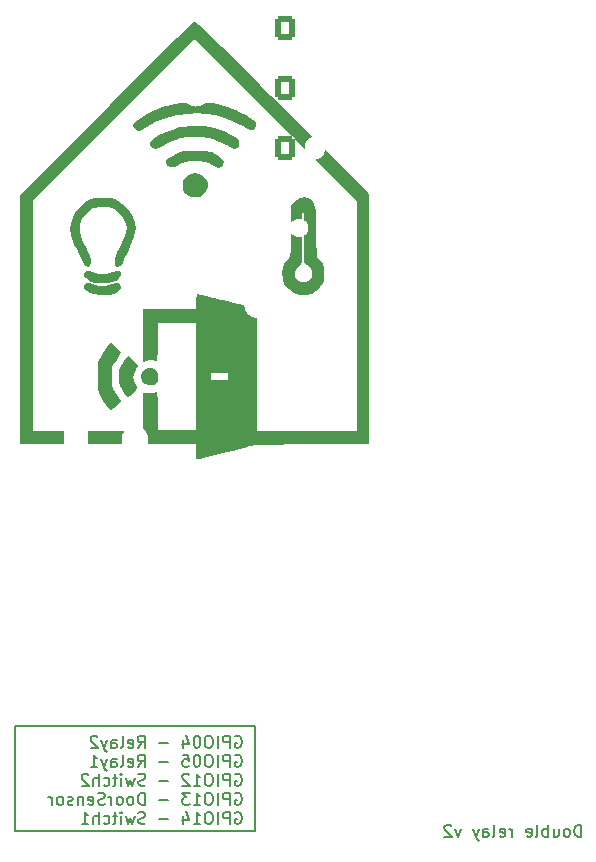
<source format=gbo>
G04 #@! TF.GenerationSoftware,KiCad,Pcbnew,7.0.10*
G04 #@! TF.CreationDate,2024-03-10T12:39:23+01:00*
G04 #@! TF.ProjectId,double_relay,646f7562-6c65-45f7-9265-6c61792e6b69,rev?*
G04 #@! TF.SameCoordinates,Original*
G04 #@! TF.FileFunction,Legend,Bot*
G04 #@! TF.FilePolarity,Positive*
%FSLAX46Y46*%
G04 Gerber Fmt 4.6, Leading zero omitted, Abs format (unit mm)*
G04 Created by KiCad (PCBNEW 7.0.10) date 2024-03-10 12:39:23*
%MOMM*%
%LPD*%
G01*
G04 APERTURE LIST*
G04 Aperture macros list*
%AMRoundRect*
0 Rectangle with rounded corners*
0 $1 Rounding radius*
0 $2 $3 $4 $5 $6 $7 $8 $9 X,Y pos of 4 corners*
0 Add a 4 corners polygon primitive as box body*
4,1,4,$2,$3,$4,$5,$6,$7,$8,$9,$2,$3,0*
0 Add four circle primitives for the rounded corners*
1,1,$1+$1,$2,$3*
1,1,$1+$1,$4,$5*
1,1,$1+$1,$6,$7*
1,1,$1+$1,$8,$9*
0 Add four rect primitives between the rounded corners*
20,1,$1+$1,$2,$3,$4,$5,0*
20,1,$1+$1,$4,$5,$6,$7,0*
20,1,$1+$1,$6,$7,$8,$9,0*
20,1,$1+$1,$8,$9,$2,$3,0*%
G04 Aperture macros list end*
%ADD10C,0.150000*%
%ADD11R,3.000000X3.000000*%
%ADD12C,3.000000*%
%ADD13R,2.200000X2.200000*%
%ADD14O,2.200000X2.200000*%
%ADD15R,1.500000X1.500000*%
%ADD16C,1.500000*%
%ADD17R,1.600000X1.600000*%
%ADD18C,1.600000*%
%ADD19C,2.000000*%
%ADD20RoundRect,0.250000X-0.600000X-0.750000X0.600000X-0.750000X0.600000X0.750000X-0.600000X0.750000X0*%
%ADD21O,1.700000X2.000000*%
%ADD22O,1.600000X1.600000*%
%ADD23C,2.500000*%
%ADD24C,2.400000*%
%ADD25O,2.400000X2.400000*%
%ADD26R,2.000000X2.300000*%
%ADD27C,2.300000*%
%ADD28R,2.000000X2.000000*%
%ADD29O,1.600000X2.000000*%
G04 APERTURE END LIST*
D10*
X106343220Y-96389819D02*
X106343220Y-95389819D01*
X106343220Y-95389819D02*
X106105125Y-95389819D01*
X106105125Y-95389819D02*
X105962268Y-95437438D01*
X105962268Y-95437438D02*
X105867030Y-95532676D01*
X105867030Y-95532676D02*
X105819411Y-95627914D01*
X105819411Y-95627914D02*
X105771792Y-95818390D01*
X105771792Y-95818390D02*
X105771792Y-95961247D01*
X105771792Y-95961247D02*
X105819411Y-96151723D01*
X105819411Y-96151723D02*
X105867030Y-96246961D01*
X105867030Y-96246961D02*
X105962268Y-96342200D01*
X105962268Y-96342200D02*
X106105125Y-96389819D01*
X106105125Y-96389819D02*
X106343220Y-96389819D01*
X105200363Y-96389819D02*
X105295601Y-96342200D01*
X105295601Y-96342200D02*
X105343220Y-96294580D01*
X105343220Y-96294580D02*
X105390839Y-96199342D01*
X105390839Y-96199342D02*
X105390839Y-95913628D01*
X105390839Y-95913628D02*
X105343220Y-95818390D01*
X105343220Y-95818390D02*
X105295601Y-95770771D01*
X105295601Y-95770771D02*
X105200363Y-95723152D01*
X105200363Y-95723152D02*
X105057506Y-95723152D01*
X105057506Y-95723152D02*
X104962268Y-95770771D01*
X104962268Y-95770771D02*
X104914649Y-95818390D01*
X104914649Y-95818390D02*
X104867030Y-95913628D01*
X104867030Y-95913628D02*
X104867030Y-96199342D01*
X104867030Y-96199342D02*
X104914649Y-96294580D01*
X104914649Y-96294580D02*
X104962268Y-96342200D01*
X104962268Y-96342200D02*
X105057506Y-96389819D01*
X105057506Y-96389819D02*
X105200363Y-96389819D01*
X104009887Y-95723152D02*
X104009887Y-96389819D01*
X104438458Y-95723152D02*
X104438458Y-96246961D01*
X104438458Y-96246961D02*
X104390839Y-96342200D01*
X104390839Y-96342200D02*
X104295601Y-96389819D01*
X104295601Y-96389819D02*
X104152744Y-96389819D01*
X104152744Y-96389819D02*
X104057506Y-96342200D01*
X104057506Y-96342200D02*
X104009887Y-96294580D01*
X103533696Y-96389819D02*
X103533696Y-95389819D01*
X103533696Y-95770771D02*
X103438458Y-95723152D01*
X103438458Y-95723152D02*
X103247982Y-95723152D01*
X103247982Y-95723152D02*
X103152744Y-95770771D01*
X103152744Y-95770771D02*
X103105125Y-95818390D01*
X103105125Y-95818390D02*
X103057506Y-95913628D01*
X103057506Y-95913628D02*
X103057506Y-96199342D01*
X103057506Y-96199342D02*
X103105125Y-96294580D01*
X103105125Y-96294580D02*
X103152744Y-96342200D01*
X103152744Y-96342200D02*
X103247982Y-96389819D01*
X103247982Y-96389819D02*
X103438458Y-96389819D01*
X103438458Y-96389819D02*
X103533696Y-96342200D01*
X102486077Y-96389819D02*
X102581315Y-96342200D01*
X102581315Y-96342200D02*
X102628934Y-96246961D01*
X102628934Y-96246961D02*
X102628934Y-95389819D01*
X101724172Y-96342200D02*
X101819410Y-96389819D01*
X101819410Y-96389819D02*
X102009886Y-96389819D01*
X102009886Y-96389819D02*
X102105124Y-96342200D01*
X102105124Y-96342200D02*
X102152743Y-96246961D01*
X102152743Y-96246961D02*
X102152743Y-95866009D01*
X102152743Y-95866009D02*
X102105124Y-95770771D01*
X102105124Y-95770771D02*
X102009886Y-95723152D01*
X102009886Y-95723152D02*
X101819410Y-95723152D01*
X101819410Y-95723152D02*
X101724172Y-95770771D01*
X101724172Y-95770771D02*
X101676553Y-95866009D01*
X101676553Y-95866009D02*
X101676553Y-95961247D01*
X101676553Y-95961247D02*
X102152743Y-96056485D01*
X100486076Y-96389819D02*
X100486076Y-95723152D01*
X100486076Y-95913628D02*
X100438457Y-95818390D01*
X100438457Y-95818390D02*
X100390838Y-95770771D01*
X100390838Y-95770771D02*
X100295600Y-95723152D01*
X100295600Y-95723152D02*
X100200362Y-95723152D01*
X99486076Y-96342200D02*
X99581314Y-96389819D01*
X99581314Y-96389819D02*
X99771790Y-96389819D01*
X99771790Y-96389819D02*
X99867028Y-96342200D01*
X99867028Y-96342200D02*
X99914647Y-96246961D01*
X99914647Y-96246961D02*
X99914647Y-95866009D01*
X99914647Y-95866009D02*
X99867028Y-95770771D01*
X99867028Y-95770771D02*
X99771790Y-95723152D01*
X99771790Y-95723152D02*
X99581314Y-95723152D01*
X99581314Y-95723152D02*
X99486076Y-95770771D01*
X99486076Y-95770771D02*
X99438457Y-95866009D01*
X99438457Y-95866009D02*
X99438457Y-95961247D01*
X99438457Y-95961247D02*
X99914647Y-96056485D01*
X98867028Y-96389819D02*
X98962266Y-96342200D01*
X98962266Y-96342200D02*
X99009885Y-96246961D01*
X99009885Y-96246961D02*
X99009885Y-95389819D01*
X98057504Y-96389819D02*
X98057504Y-95866009D01*
X98057504Y-95866009D02*
X98105123Y-95770771D01*
X98105123Y-95770771D02*
X98200361Y-95723152D01*
X98200361Y-95723152D02*
X98390837Y-95723152D01*
X98390837Y-95723152D02*
X98486075Y-95770771D01*
X98057504Y-96342200D02*
X98152742Y-96389819D01*
X98152742Y-96389819D02*
X98390837Y-96389819D01*
X98390837Y-96389819D02*
X98486075Y-96342200D01*
X98486075Y-96342200D02*
X98533694Y-96246961D01*
X98533694Y-96246961D02*
X98533694Y-96151723D01*
X98533694Y-96151723D02*
X98486075Y-96056485D01*
X98486075Y-96056485D02*
X98390837Y-96008866D01*
X98390837Y-96008866D02*
X98152742Y-96008866D01*
X98152742Y-96008866D02*
X98057504Y-95961247D01*
X97676551Y-95723152D02*
X97438456Y-96389819D01*
X97200361Y-95723152D02*
X97438456Y-96389819D01*
X97438456Y-96389819D02*
X97533694Y-96627914D01*
X97533694Y-96627914D02*
X97581313Y-96675533D01*
X97581313Y-96675533D02*
X97676551Y-96723152D01*
X96152741Y-95723152D02*
X95914646Y-96389819D01*
X95914646Y-96389819D02*
X95676551Y-95723152D01*
X95343217Y-95485057D02*
X95295598Y-95437438D01*
X95295598Y-95437438D02*
X95200360Y-95389819D01*
X95200360Y-95389819D02*
X94962265Y-95389819D01*
X94962265Y-95389819D02*
X94867027Y-95437438D01*
X94867027Y-95437438D02*
X94819408Y-95485057D01*
X94819408Y-95485057D02*
X94771789Y-95580295D01*
X94771789Y-95580295D02*
X94771789Y-95675533D01*
X94771789Y-95675533D02*
X94819408Y-95818390D01*
X94819408Y-95818390D02*
X95390836Y-96389819D01*
X95390836Y-96389819D02*
X94771789Y-96389819D01*
X77054411Y-87907438D02*
X77149649Y-87859819D01*
X77149649Y-87859819D02*
X77292506Y-87859819D01*
X77292506Y-87859819D02*
X77435363Y-87907438D01*
X77435363Y-87907438D02*
X77530601Y-88002676D01*
X77530601Y-88002676D02*
X77578220Y-88097914D01*
X77578220Y-88097914D02*
X77625839Y-88288390D01*
X77625839Y-88288390D02*
X77625839Y-88431247D01*
X77625839Y-88431247D02*
X77578220Y-88621723D01*
X77578220Y-88621723D02*
X77530601Y-88716961D01*
X77530601Y-88716961D02*
X77435363Y-88812200D01*
X77435363Y-88812200D02*
X77292506Y-88859819D01*
X77292506Y-88859819D02*
X77197268Y-88859819D01*
X77197268Y-88859819D02*
X77054411Y-88812200D01*
X77054411Y-88812200D02*
X77006792Y-88764580D01*
X77006792Y-88764580D02*
X77006792Y-88431247D01*
X77006792Y-88431247D02*
X77197268Y-88431247D01*
X76578220Y-88859819D02*
X76578220Y-87859819D01*
X76578220Y-87859819D02*
X76197268Y-87859819D01*
X76197268Y-87859819D02*
X76102030Y-87907438D01*
X76102030Y-87907438D02*
X76054411Y-87955057D01*
X76054411Y-87955057D02*
X76006792Y-88050295D01*
X76006792Y-88050295D02*
X76006792Y-88193152D01*
X76006792Y-88193152D02*
X76054411Y-88288390D01*
X76054411Y-88288390D02*
X76102030Y-88336009D01*
X76102030Y-88336009D02*
X76197268Y-88383628D01*
X76197268Y-88383628D02*
X76578220Y-88383628D01*
X75578220Y-88859819D02*
X75578220Y-87859819D01*
X74911554Y-87859819D02*
X74721078Y-87859819D01*
X74721078Y-87859819D02*
X74625840Y-87907438D01*
X74625840Y-87907438D02*
X74530602Y-88002676D01*
X74530602Y-88002676D02*
X74482983Y-88193152D01*
X74482983Y-88193152D02*
X74482983Y-88526485D01*
X74482983Y-88526485D02*
X74530602Y-88716961D01*
X74530602Y-88716961D02*
X74625840Y-88812200D01*
X74625840Y-88812200D02*
X74721078Y-88859819D01*
X74721078Y-88859819D02*
X74911554Y-88859819D01*
X74911554Y-88859819D02*
X75006792Y-88812200D01*
X75006792Y-88812200D02*
X75102030Y-88716961D01*
X75102030Y-88716961D02*
X75149649Y-88526485D01*
X75149649Y-88526485D02*
X75149649Y-88193152D01*
X75149649Y-88193152D02*
X75102030Y-88002676D01*
X75102030Y-88002676D02*
X75006792Y-87907438D01*
X75006792Y-87907438D02*
X74911554Y-87859819D01*
X73863935Y-87859819D02*
X73768697Y-87859819D01*
X73768697Y-87859819D02*
X73673459Y-87907438D01*
X73673459Y-87907438D02*
X73625840Y-87955057D01*
X73625840Y-87955057D02*
X73578221Y-88050295D01*
X73578221Y-88050295D02*
X73530602Y-88240771D01*
X73530602Y-88240771D02*
X73530602Y-88478866D01*
X73530602Y-88478866D02*
X73578221Y-88669342D01*
X73578221Y-88669342D02*
X73625840Y-88764580D01*
X73625840Y-88764580D02*
X73673459Y-88812200D01*
X73673459Y-88812200D02*
X73768697Y-88859819D01*
X73768697Y-88859819D02*
X73863935Y-88859819D01*
X73863935Y-88859819D02*
X73959173Y-88812200D01*
X73959173Y-88812200D02*
X74006792Y-88764580D01*
X74006792Y-88764580D02*
X74054411Y-88669342D01*
X74054411Y-88669342D02*
X74102030Y-88478866D01*
X74102030Y-88478866D02*
X74102030Y-88240771D01*
X74102030Y-88240771D02*
X74054411Y-88050295D01*
X74054411Y-88050295D02*
X74006792Y-87955057D01*
X74006792Y-87955057D02*
X73959173Y-87907438D01*
X73959173Y-87907438D02*
X73863935Y-87859819D01*
X72673459Y-88193152D02*
X72673459Y-88859819D01*
X72911554Y-87812200D02*
X73149649Y-88526485D01*
X73149649Y-88526485D02*
X72530602Y-88526485D01*
X71387744Y-88478866D02*
X70625840Y-88478866D01*
X68816316Y-88859819D02*
X69149649Y-88383628D01*
X69387744Y-88859819D02*
X69387744Y-87859819D01*
X69387744Y-87859819D02*
X69006792Y-87859819D01*
X69006792Y-87859819D02*
X68911554Y-87907438D01*
X68911554Y-87907438D02*
X68863935Y-87955057D01*
X68863935Y-87955057D02*
X68816316Y-88050295D01*
X68816316Y-88050295D02*
X68816316Y-88193152D01*
X68816316Y-88193152D02*
X68863935Y-88288390D01*
X68863935Y-88288390D02*
X68911554Y-88336009D01*
X68911554Y-88336009D02*
X69006792Y-88383628D01*
X69006792Y-88383628D02*
X69387744Y-88383628D01*
X68006792Y-88812200D02*
X68102030Y-88859819D01*
X68102030Y-88859819D02*
X68292506Y-88859819D01*
X68292506Y-88859819D02*
X68387744Y-88812200D01*
X68387744Y-88812200D02*
X68435363Y-88716961D01*
X68435363Y-88716961D02*
X68435363Y-88336009D01*
X68435363Y-88336009D02*
X68387744Y-88240771D01*
X68387744Y-88240771D02*
X68292506Y-88193152D01*
X68292506Y-88193152D02*
X68102030Y-88193152D01*
X68102030Y-88193152D02*
X68006792Y-88240771D01*
X68006792Y-88240771D02*
X67959173Y-88336009D01*
X67959173Y-88336009D02*
X67959173Y-88431247D01*
X67959173Y-88431247D02*
X68435363Y-88526485D01*
X67387744Y-88859819D02*
X67482982Y-88812200D01*
X67482982Y-88812200D02*
X67530601Y-88716961D01*
X67530601Y-88716961D02*
X67530601Y-87859819D01*
X66578220Y-88859819D02*
X66578220Y-88336009D01*
X66578220Y-88336009D02*
X66625839Y-88240771D01*
X66625839Y-88240771D02*
X66721077Y-88193152D01*
X66721077Y-88193152D02*
X66911553Y-88193152D01*
X66911553Y-88193152D02*
X67006791Y-88240771D01*
X66578220Y-88812200D02*
X66673458Y-88859819D01*
X66673458Y-88859819D02*
X66911553Y-88859819D01*
X66911553Y-88859819D02*
X67006791Y-88812200D01*
X67006791Y-88812200D02*
X67054410Y-88716961D01*
X67054410Y-88716961D02*
X67054410Y-88621723D01*
X67054410Y-88621723D02*
X67006791Y-88526485D01*
X67006791Y-88526485D02*
X66911553Y-88478866D01*
X66911553Y-88478866D02*
X66673458Y-88478866D01*
X66673458Y-88478866D02*
X66578220Y-88431247D01*
X66197267Y-88193152D02*
X65959172Y-88859819D01*
X65721077Y-88193152D02*
X65959172Y-88859819D01*
X65959172Y-88859819D02*
X66054410Y-89097914D01*
X66054410Y-89097914D02*
X66102029Y-89145533D01*
X66102029Y-89145533D02*
X66197267Y-89193152D01*
X65387743Y-87955057D02*
X65340124Y-87907438D01*
X65340124Y-87907438D02*
X65244886Y-87859819D01*
X65244886Y-87859819D02*
X65006791Y-87859819D01*
X65006791Y-87859819D02*
X64911553Y-87907438D01*
X64911553Y-87907438D02*
X64863934Y-87955057D01*
X64863934Y-87955057D02*
X64816315Y-88050295D01*
X64816315Y-88050295D02*
X64816315Y-88145533D01*
X64816315Y-88145533D02*
X64863934Y-88288390D01*
X64863934Y-88288390D02*
X65435362Y-88859819D01*
X65435362Y-88859819D02*
X64816315Y-88859819D01*
X77054411Y-89517438D02*
X77149649Y-89469819D01*
X77149649Y-89469819D02*
X77292506Y-89469819D01*
X77292506Y-89469819D02*
X77435363Y-89517438D01*
X77435363Y-89517438D02*
X77530601Y-89612676D01*
X77530601Y-89612676D02*
X77578220Y-89707914D01*
X77578220Y-89707914D02*
X77625839Y-89898390D01*
X77625839Y-89898390D02*
X77625839Y-90041247D01*
X77625839Y-90041247D02*
X77578220Y-90231723D01*
X77578220Y-90231723D02*
X77530601Y-90326961D01*
X77530601Y-90326961D02*
X77435363Y-90422200D01*
X77435363Y-90422200D02*
X77292506Y-90469819D01*
X77292506Y-90469819D02*
X77197268Y-90469819D01*
X77197268Y-90469819D02*
X77054411Y-90422200D01*
X77054411Y-90422200D02*
X77006792Y-90374580D01*
X77006792Y-90374580D02*
X77006792Y-90041247D01*
X77006792Y-90041247D02*
X77197268Y-90041247D01*
X76578220Y-90469819D02*
X76578220Y-89469819D01*
X76578220Y-89469819D02*
X76197268Y-89469819D01*
X76197268Y-89469819D02*
X76102030Y-89517438D01*
X76102030Y-89517438D02*
X76054411Y-89565057D01*
X76054411Y-89565057D02*
X76006792Y-89660295D01*
X76006792Y-89660295D02*
X76006792Y-89803152D01*
X76006792Y-89803152D02*
X76054411Y-89898390D01*
X76054411Y-89898390D02*
X76102030Y-89946009D01*
X76102030Y-89946009D02*
X76197268Y-89993628D01*
X76197268Y-89993628D02*
X76578220Y-89993628D01*
X75578220Y-90469819D02*
X75578220Y-89469819D01*
X74911554Y-89469819D02*
X74721078Y-89469819D01*
X74721078Y-89469819D02*
X74625840Y-89517438D01*
X74625840Y-89517438D02*
X74530602Y-89612676D01*
X74530602Y-89612676D02*
X74482983Y-89803152D01*
X74482983Y-89803152D02*
X74482983Y-90136485D01*
X74482983Y-90136485D02*
X74530602Y-90326961D01*
X74530602Y-90326961D02*
X74625840Y-90422200D01*
X74625840Y-90422200D02*
X74721078Y-90469819D01*
X74721078Y-90469819D02*
X74911554Y-90469819D01*
X74911554Y-90469819D02*
X75006792Y-90422200D01*
X75006792Y-90422200D02*
X75102030Y-90326961D01*
X75102030Y-90326961D02*
X75149649Y-90136485D01*
X75149649Y-90136485D02*
X75149649Y-89803152D01*
X75149649Y-89803152D02*
X75102030Y-89612676D01*
X75102030Y-89612676D02*
X75006792Y-89517438D01*
X75006792Y-89517438D02*
X74911554Y-89469819D01*
X73863935Y-89469819D02*
X73768697Y-89469819D01*
X73768697Y-89469819D02*
X73673459Y-89517438D01*
X73673459Y-89517438D02*
X73625840Y-89565057D01*
X73625840Y-89565057D02*
X73578221Y-89660295D01*
X73578221Y-89660295D02*
X73530602Y-89850771D01*
X73530602Y-89850771D02*
X73530602Y-90088866D01*
X73530602Y-90088866D02*
X73578221Y-90279342D01*
X73578221Y-90279342D02*
X73625840Y-90374580D01*
X73625840Y-90374580D02*
X73673459Y-90422200D01*
X73673459Y-90422200D02*
X73768697Y-90469819D01*
X73768697Y-90469819D02*
X73863935Y-90469819D01*
X73863935Y-90469819D02*
X73959173Y-90422200D01*
X73959173Y-90422200D02*
X74006792Y-90374580D01*
X74006792Y-90374580D02*
X74054411Y-90279342D01*
X74054411Y-90279342D02*
X74102030Y-90088866D01*
X74102030Y-90088866D02*
X74102030Y-89850771D01*
X74102030Y-89850771D02*
X74054411Y-89660295D01*
X74054411Y-89660295D02*
X74006792Y-89565057D01*
X74006792Y-89565057D02*
X73959173Y-89517438D01*
X73959173Y-89517438D02*
X73863935Y-89469819D01*
X72625840Y-89469819D02*
X73102030Y-89469819D01*
X73102030Y-89469819D02*
X73149649Y-89946009D01*
X73149649Y-89946009D02*
X73102030Y-89898390D01*
X73102030Y-89898390D02*
X73006792Y-89850771D01*
X73006792Y-89850771D02*
X72768697Y-89850771D01*
X72768697Y-89850771D02*
X72673459Y-89898390D01*
X72673459Y-89898390D02*
X72625840Y-89946009D01*
X72625840Y-89946009D02*
X72578221Y-90041247D01*
X72578221Y-90041247D02*
X72578221Y-90279342D01*
X72578221Y-90279342D02*
X72625840Y-90374580D01*
X72625840Y-90374580D02*
X72673459Y-90422200D01*
X72673459Y-90422200D02*
X72768697Y-90469819D01*
X72768697Y-90469819D02*
X73006792Y-90469819D01*
X73006792Y-90469819D02*
X73102030Y-90422200D01*
X73102030Y-90422200D02*
X73149649Y-90374580D01*
X71387744Y-90088866D02*
X70625840Y-90088866D01*
X68816316Y-90469819D02*
X69149649Y-89993628D01*
X69387744Y-90469819D02*
X69387744Y-89469819D01*
X69387744Y-89469819D02*
X69006792Y-89469819D01*
X69006792Y-89469819D02*
X68911554Y-89517438D01*
X68911554Y-89517438D02*
X68863935Y-89565057D01*
X68863935Y-89565057D02*
X68816316Y-89660295D01*
X68816316Y-89660295D02*
X68816316Y-89803152D01*
X68816316Y-89803152D02*
X68863935Y-89898390D01*
X68863935Y-89898390D02*
X68911554Y-89946009D01*
X68911554Y-89946009D02*
X69006792Y-89993628D01*
X69006792Y-89993628D02*
X69387744Y-89993628D01*
X68006792Y-90422200D02*
X68102030Y-90469819D01*
X68102030Y-90469819D02*
X68292506Y-90469819D01*
X68292506Y-90469819D02*
X68387744Y-90422200D01*
X68387744Y-90422200D02*
X68435363Y-90326961D01*
X68435363Y-90326961D02*
X68435363Y-89946009D01*
X68435363Y-89946009D02*
X68387744Y-89850771D01*
X68387744Y-89850771D02*
X68292506Y-89803152D01*
X68292506Y-89803152D02*
X68102030Y-89803152D01*
X68102030Y-89803152D02*
X68006792Y-89850771D01*
X68006792Y-89850771D02*
X67959173Y-89946009D01*
X67959173Y-89946009D02*
X67959173Y-90041247D01*
X67959173Y-90041247D02*
X68435363Y-90136485D01*
X67387744Y-90469819D02*
X67482982Y-90422200D01*
X67482982Y-90422200D02*
X67530601Y-90326961D01*
X67530601Y-90326961D02*
X67530601Y-89469819D01*
X66578220Y-90469819D02*
X66578220Y-89946009D01*
X66578220Y-89946009D02*
X66625839Y-89850771D01*
X66625839Y-89850771D02*
X66721077Y-89803152D01*
X66721077Y-89803152D02*
X66911553Y-89803152D01*
X66911553Y-89803152D02*
X67006791Y-89850771D01*
X66578220Y-90422200D02*
X66673458Y-90469819D01*
X66673458Y-90469819D02*
X66911553Y-90469819D01*
X66911553Y-90469819D02*
X67006791Y-90422200D01*
X67006791Y-90422200D02*
X67054410Y-90326961D01*
X67054410Y-90326961D02*
X67054410Y-90231723D01*
X67054410Y-90231723D02*
X67006791Y-90136485D01*
X67006791Y-90136485D02*
X66911553Y-90088866D01*
X66911553Y-90088866D02*
X66673458Y-90088866D01*
X66673458Y-90088866D02*
X66578220Y-90041247D01*
X66197267Y-89803152D02*
X65959172Y-90469819D01*
X65721077Y-89803152D02*
X65959172Y-90469819D01*
X65959172Y-90469819D02*
X66054410Y-90707914D01*
X66054410Y-90707914D02*
X66102029Y-90755533D01*
X66102029Y-90755533D02*
X66197267Y-90803152D01*
X64816315Y-90469819D02*
X65387743Y-90469819D01*
X65102029Y-90469819D02*
X65102029Y-89469819D01*
X65102029Y-89469819D02*
X65197267Y-89612676D01*
X65197267Y-89612676D02*
X65292505Y-89707914D01*
X65292505Y-89707914D02*
X65387743Y-89755533D01*
X77054411Y-91127438D02*
X77149649Y-91079819D01*
X77149649Y-91079819D02*
X77292506Y-91079819D01*
X77292506Y-91079819D02*
X77435363Y-91127438D01*
X77435363Y-91127438D02*
X77530601Y-91222676D01*
X77530601Y-91222676D02*
X77578220Y-91317914D01*
X77578220Y-91317914D02*
X77625839Y-91508390D01*
X77625839Y-91508390D02*
X77625839Y-91651247D01*
X77625839Y-91651247D02*
X77578220Y-91841723D01*
X77578220Y-91841723D02*
X77530601Y-91936961D01*
X77530601Y-91936961D02*
X77435363Y-92032200D01*
X77435363Y-92032200D02*
X77292506Y-92079819D01*
X77292506Y-92079819D02*
X77197268Y-92079819D01*
X77197268Y-92079819D02*
X77054411Y-92032200D01*
X77054411Y-92032200D02*
X77006792Y-91984580D01*
X77006792Y-91984580D02*
X77006792Y-91651247D01*
X77006792Y-91651247D02*
X77197268Y-91651247D01*
X76578220Y-92079819D02*
X76578220Y-91079819D01*
X76578220Y-91079819D02*
X76197268Y-91079819D01*
X76197268Y-91079819D02*
X76102030Y-91127438D01*
X76102030Y-91127438D02*
X76054411Y-91175057D01*
X76054411Y-91175057D02*
X76006792Y-91270295D01*
X76006792Y-91270295D02*
X76006792Y-91413152D01*
X76006792Y-91413152D02*
X76054411Y-91508390D01*
X76054411Y-91508390D02*
X76102030Y-91556009D01*
X76102030Y-91556009D02*
X76197268Y-91603628D01*
X76197268Y-91603628D02*
X76578220Y-91603628D01*
X75578220Y-92079819D02*
X75578220Y-91079819D01*
X74911554Y-91079819D02*
X74721078Y-91079819D01*
X74721078Y-91079819D02*
X74625840Y-91127438D01*
X74625840Y-91127438D02*
X74530602Y-91222676D01*
X74530602Y-91222676D02*
X74482983Y-91413152D01*
X74482983Y-91413152D02*
X74482983Y-91746485D01*
X74482983Y-91746485D02*
X74530602Y-91936961D01*
X74530602Y-91936961D02*
X74625840Y-92032200D01*
X74625840Y-92032200D02*
X74721078Y-92079819D01*
X74721078Y-92079819D02*
X74911554Y-92079819D01*
X74911554Y-92079819D02*
X75006792Y-92032200D01*
X75006792Y-92032200D02*
X75102030Y-91936961D01*
X75102030Y-91936961D02*
X75149649Y-91746485D01*
X75149649Y-91746485D02*
X75149649Y-91413152D01*
X75149649Y-91413152D02*
X75102030Y-91222676D01*
X75102030Y-91222676D02*
X75006792Y-91127438D01*
X75006792Y-91127438D02*
X74911554Y-91079819D01*
X73530602Y-92079819D02*
X74102030Y-92079819D01*
X73816316Y-92079819D02*
X73816316Y-91079819D01*
X73816316Y-91079819D02*
X73911554Y-91222676D01*
X73911554Y-91222676D02*
X74006792Y-91317914D01*
X74006792Y-91317914D02*
X74102030Y-91365533D01*
X73149649Y-91175057D02*
X73102030Y-91127438D01*
X73102030Y-91127438D02*
X73006792Y-91079819D01*
X73006792Y-91079819D02*
X72768697Y-91079819D01*
X72768697Y-91079819D02*
X72673459Y-91127438D01*
X72673459Y-91127438D02*
X72625840Y-91175057D01*
X72625840Y-91175057D02*
X72578221Y-91270295D01*
X72578221Y-91270295D02*
X72578221Y-91365533D01*
X72578221Y-91365533D02*
X72625840Y-91508390D01*
X72625840Y-91508390D02*
X73197268Y-92079819D01*
X73197268Y-92079819D02*
X72578221Y-92079819D01*
X71387744Y-91698866D02*
X70625840Y-91698866D01*
X69435363Y-92032200D02*
X69292506Y-92079819D01*
X69292506Y-92079819D02*
X69054411Y-92079819D01*
X69054411Y-92079819D02*
X68959173Y-92032200D01*
X68959173Y-92032200D02*
X68911554Y-91984580D01*
X68911554Y-91984580D02*
X68863935Y-91889342D01*
X68863935Y-91889342D02*
X68863935Y-91794104D01*
X68863935Y-91794104D02*
X68911554Y-91698866D01*
X68911554Y-91698866D02*
X68959173Y-91651247D01*
X68959173Y-91651247D02*
X69054411Y-91603628D01*
X69054411Y-91603628D02*
X69244887Y-91556009D01*
X69244887Y-91556009D02*
X69340125Y-91508390D01*
X69340125Y-91508390D02*
X69387744Y-91460771D01*
X69387744Y-91460771D02*
X69435363Y-91365533D01*
X69435363Y-91365533D02*
X69435363Y-91270295D01*
X69435363Y-91270295D02*
X69387744Y-91175057D01*
X69387744Y-91175057D02*
X69340125Y-91127438D01*
X69340125Y-91127438D02*
X69244887Y-91079819D01*
X69244887Y-91079819D02*
X69006792Y-91079819D01*
X69006792Y-91079819D02*
X68863935Y-91127438D01*
X68530601Y-91413152D02*
X68340125Y-92079819D01*
X68340125Y-92079819D02*
X68149649Y-91603628D01*
X68149649Y-91603628D02*
X67959173Y-92079819D01*
X67959173Y-92079819D02*
X67768697Y-91413152D01*
X67387744Y-92079819D02*
X67387744Y-91413152D01*
X67387744Y-91079819D02*
X67435363Y-91127438D01*
X67435363Y-91127438D02*
X67387744Y-91175057D01*
X67387744Y-91175057D02*
X67340125Y-91127438D01*
X67340125Y-91127438D02*
X67387744Y-91079819D01*
X67387744Y-91079819D02*
X67387744Y-91175057D01*
X67054411Y-91413152D02*
X66673459Y-91413152D01*
X66911554Y-91079819D02*
X66911554Y-91936961D01*
X66911554Y-91936961D02*
X66863935Y-92032200D01*
X66863935Y-92032200D02*
X66768697Y-92079819D01*
X66768697Y-92079819D02*
X66673459Y-92079819D01*
X65911554Y-92032200D02*
X66006792Y-92079819D01*
X66006792Y-92079819D02*
X66197268Y-92079819D01*
X66197268Y-92079819D02*
X66292506Y-92032200D01*
X66292506Y-92032200D02*
X66340125Y-91984580D01*
X66340125Y-91984580D02*
X66387744Y-91889342D01*
X66387744Y-91889342D02*
X66387744Y-91603628D01*
X66387744Y-91603628D02*
X66340125Y-91508390D01*
X66340125Y-91508390D02*
X66292506Y-91460771D01*
X66292506Y-91460771D02*
X66197268Y-91413152D01*
X66197268Y-91413152D02*
X66006792Y-91413152D01*
X66006792Y-91413152D02*
X65911554Y-91460771D01*
X65482982Y-92079819D02*
X65482982Y-91079819D01*
X65054411Y-92079819D02*
X65054411Y-91556009D01*
X65054411Y-91556009D02*
X65102030Y-91460771D01*
X65102030Y-91460771D02*
X65197268Y-91413152D01*
X65197268Y-91413152D02*
X65340125Y-91413152D01*
X65340125Y-91413152D02*
X65435363Y-91460771D01*
X65435363Y-91460771D02*
X65482982Y-91508390D01*
X64625839Y-91175057D02*
X64578220Y-91127438D01*
X64578220Y-91127438D02*
X64482982Y-91079819D01*
X64482982Y-91079819D02*
X64244887Y-91079819D01*
X64244887Y-91079819D02*
X64149649Y-91127438D01*
X64149649Y-91127438D02*
X64102030Y-91175057D01*
X64102030Y-91175057D02*
X64054411Y-91270295D01*
X64054411Y-91270295D02*
X64054411Y-91365533D01*
X64054411Y-91365533D02*
X64102030Y-91508390D01*
X64102030Y-91508390D02*
X64673458Y-92079819D01*
X64673458Y-92079819D02*
X64054411Y-92079819D01*
X77054411Y-92737438D02*
X77149649Y-92689819D01*
X77149649Y-92689819D02*
X77292506Y-92689819D01*
X77292506Y-92689819D02*
X77435363Y-92737438D01*
X77435363Y-92737438D02*
X77530601Y-92832676D01*
X77530601Y-92832676D02*
X77578220Y-92927914D01*
X77578220Y-92927914D02*
X77625839Y-93118390D01*
X77625839Y-93118390D02*
X77625839Y-93261247D01*
X77625839Y-93261247D02*
X77578220Y-93451723D01*
X77578220Y-93451723D02*
X77530601Y-93546961D01*
X77530601Y-93546961D02*
X77435363Y-93642200D01*
X77435363Y-93642200D02*
X77292506Y-93689819D01*
X77292506Y-93689819D02*
X77197268Y-93689819D01*
X77197268Y-93689819D02*
X77054411Y-93642200D01*
X77054411Y-93642200D02*
X77006792Y-93594580D01*
X77006792Y-93594580D02*
X77006792Y-93261247D01*
X77006792Y-93261247D02*
X77197268Y-93261247D01*
X76578220Y-93689819D02*
X76578220Y-92689819D01*
X76578220Y-92689819D02*
X76197268Y-92689819D01*
X76197268Y-92689819D02*
X76102030Y-92737438D01*
X76102030Y-92737438D02*
X76054411Y-92785057D01*
X76054411Y-92785057D02*
X76006792Y-92880295D01*
X76006792Y-92880295D02*
X76006792Y-93023152D01*
X76006792Y-93023152D02*
X76054411Y-93118390D01*
X76054411Y-93118390D02*
X76102030Y-93166009D01*
X76102030Y-93166009D02*
X76197268Y-93213628D01*
X76197268Y-93213628D02*
X76578220Y-93213628D01*
X75578220Y-93689819D02*
X75578220Y-92689819D01*
X74911554Y-92689819D02*
X74721078Y-92689819D01*
X74721078Y-92689819D02*
X74625840Y-92737438D01*
X74625840Y-92737438D02*
X74530602Y-92832676D01*
X74530602Y-92832676D02*
X74482983Y-93023152D01*
X74482983Y-93023152D02*
X74482983Y-93356485D01*
X74482983Y-93356485D02*
X74530602Y-93546961D01*
X74530602Y-93546961D02*
X74625840Y-93642200D01*
X74625840Y-93642200D02*
X74721078Y-93689819D01*
X74721078Y-93689819D02*
X74911554Y-93689819D01*
X74911554Y-93689819D02*
X75006792Y-93642200D01*
X75006792Y-93642200D02*
X75102030Y-93546961D01*
X75102030Y-93546961D02*
X75149649Y-93356485D01*
X75149649Y-93356485D02*
X75149649Y-93023152D01*
X75149649Y-93023152D02*
X75102030Y-92832676D01*
X75102030Y-92832676D02*
X75006792Y-92737438D01*
X75006792Y-92737438D02*
X74911554Y-92689819D01*
X73530602Y-93689819D02*
X74102030Y-93689819D01*
X73816316Y-93689819D02*
X73816316Y-92689819D01*
X73816316Y-92689819D02*
X73911554Y-92832676D01*
X73911554Y-92832676D02*
X74006792Y-92927914D01*
X74006792Y-92927914D02*
X74102030Y-92975533D01*
X73197268Y-92689819D02*
X72578221Y-92689819D01*
X72578221Y-92689819D02*
X72911554Y-93070771D01*
X72911554Y-93070771D02*
X72768697Y-93070771D01*
X72768697Y-93070771D02*
X72673459Y-93118390D01*
X72673459Y-93118390D02*
X72625840Y-93166009D01*
X72625840Y-93166009D02*
X72578221Y-93261247D01*
X72578221Y-93261247D02*
X72578221Y-93499342D01*
X72578221Y-93499342D02*
X72625840Y-93594580D01*
X72625840Y-93594580D02*
X72673459Y-93642200D01*
X72673459Y-93642200D02*
X72768697Y-93689819D01*
X72768697Y-93689819D02*
X73054411Y-93689819D01*
X73054411Y-93689819D02*
X73149649Y-93642200D01*
X73149649Y-93642200D02*
X73197268Y-93594580D01*
X71387744Y-93308866D02*
X70625840Y-93308866D01*
X69387744Y-93689819D02*
X69387744Y-92689819D01*
X69387744Y-92689819D02*
X69149649Y-92689819D01*
X69149649Y-92689819D02*
X69006792Y-92737438D01*
X69006792Y-92737438D02*
X68911554Y-92832676D01*
X68911554Y-92832676D02*
X68863935Y-92927914D01*
X68863935Y-92927914D02*
X68816316Y-93118390D01*
X68816316Y-93118390D02*
X68816316Y-93261247D01*
X68816316Y-93261247D02*
X68863935Y-93451723D01*
X68863935Y-93451723D02*
X68911554Y-93546961D01*
X68911554Y-93546961D02*
X69006792Y-93642200D01*
X69006792Y-93642200D02*
X69149649Y-93689819D01*
X69149649Y-93689819D02*
X69387744Y-93689819D01*
X68244887Y-93689819D02*
X68340125Y-93642200D01*
X68340125Y-93642200D02*
X68387744Y-93594580D01*
X68387744Y-93594580D02*
X68435363Y-93499342D01*
X68435363Y-93499342D02*
X68435363Y-93213628D01*
X68435363Y-93213628D02*
X68387744Y-93118390D01*
X68387744Y-93118390D02*
X68340125Y-93070771D01*
X68340125Y-93070771D02*
X68244887Y-93023152D01*
X68244887Y-93023152D02*
X68102030Y-93023152D01*
X68102030Y-93023152D02*
X68006792Y-93070771D01*
X68006792Y-93070771D02*
X67959173Y-93118390D01*
X67959173Y-93118390D02*
X67911554Y-93213628D01*
X67911554Y-93213628D02*
X67911554Y-93499342D01*
X67911554Y-93499342D02*
X67959173Y-93594580D01*
X67959173Y-93594580D02*
X68006792Y-93642200D01*
X68006792Y-93642200D02*
X68102030Y-93689819D01*
X68102030Y-93689819D02*
X68244887Y-93689819D01*
X67340125Y-93689819D02*
X67435363Y-93642200D01*
X67435363Y-93642200D02*
X67482982Y-93594580D01*
X67482982Y-93594580D02*
X67530601Y-93499342D01*
X67530601Y-93499342D02*
X67530601Y-93213628D01*
X67530601Y-93213628D02*
X67482982Y-93118390D01*
X67482982Y-93118390D02*
X67435363Y-93070771D01*
X67435363Y-93070771D02*
X67340125Y-93023152D01*
X67340125Y-93023152D02*
X67197268Y-93023152D01*
X67197268Y-93023152D02*
X67102030Y-93070771D01*
X67102030Y-93070771D02*
X67054411Y-93118390D01*
X67054411Y-93118390D02*
X67006792Y-93213628D01*
X67006792Y-93213628D02*
X67006792Y-93499342D01*
X67006792Y-93499342D02*
X67054411Y-93594580D01*
X67054411Y-93594580D02*
X67102030Y-93642200D01*
X67102030Y-93642200D02*
X67197268Y-93689819D01*
X67197268Y-93689819D02*
X67340125Y-93689819D01*
X66578220Y-93689819D02*
X66578220Y-93023152D01*
X66578220Y-93213628D02*
X66530601Y-93118390D01*
X66530601Y-93118390D02*
X66482982Y-93070771D01*
X66482982Y-93070771D02*
X66387744Y-93023152D01*
X66387744Y-93023152D02*
X66292506Y-93023152D01*
X66006791Y-93642200D02*
X65863934Y-93689819D01*
X65863934Y-93689819D02*
X65625839Y-93689819D01*
X65625839Y-93689819D02*
X65530601Y-93642200D01*
X65530601Y-93642200D02*
X65482982Y-93594580D01*
X65482982Y-93594580D02*
X65435363Y-93499342D01*
X65435363Y-93499342D02*
X65435363Y-93404104D01*
X65435363Y-93404104D02*
X65482982Y-93308866D01*
X65482982Y-93308866D02*
X65530601Y-93261247D01*
X65530601Y-93261247D02*
X65625839Y-93213628D01*
X65625839Y-93213628D02*
X65816315Y-93166009D01*
X65816315Y-93166009D02*
X65911553Y-93118390D01*
X65911553Y-93118390D02*
X65959172Y-93070771D01*
X65959172Y-93070771D02*
X66006791Y-92975533D01*
X66006791Y-92975533D02*
X66006791Y-92880295D01*
X66006791Y-92880295D02*
X65959172Y-92785057D01*
X65959172Y-92785057D02*
X65911553Y-92737438D01*
X65911553Y-92737438D02*
X65816315Y-92689819D01*
X65816315Y-92689819D02*
X65578220Y-92689819D01*
X65578220Y-92689819D02*
X65435363Y-92737438D01*
X64625839Y-93642200D02*
X64721077Y-93689819D01*
X64721077Y-93689819D02*
X64911553Y-93689819D01*
X64911553Y-93689819D02*
X65006791Y-93642200D01*
X65006791Y-93642200D02*
X65054410Y-93546961D01*
X65054410Y-93546961D02*
X65054410Y-93166009D01*
X65054410Y-93166009D02*
X65006791Y-93070771D01*
X65006791Y-93070771D02*
X64911553Y-93023152D01*
X64911553Y-93023152D02*
X64721077Y-93023152D01*
X64721077Y-93023152D02*
X64625839Y-93070771D01*
X64625839Y-93070771D02*
X64578220Y-93166009D01*
X64578220Y-93166009D02*
X64578220Y-93261247D01*
X64578220Y-93261247D02*
X65054410Y-93356485D01*
X64149648Y-93023152D02*
X64149648Y-93689819D01*
X64149648Y-93118390D02*
X64102029Y-93070771D01*
X64102029Y-93070771D02*
X64006791Y-93023152D01*
X64006791Y-93023152D02*
X63863934Y-93023152D01*
X63863934Y-93023152D02*
X63768696Y-93070771D01*
X63768696Y-93070771D02*
X63721077Y-93166009D01*
X63721077Y-93166009D02*
X63721077Y-93689819D01*
X63292505Y-93642200D02*
X63197267Y-93689819D01*
X63197267Y-93689819D02*
X63006791Y-93689819D01*
X63006791Y-93689819D02*
X62911553Y-93642200D01*
X62911553Y-93642200D02*
X62863934Y-93546961D01*
X62863934Y-93546961D02*
X62863934Y-93499342D01*
X62863934Y-93499342D02*
X62911553Y-93404104D01*
X62911553Y-93404104D02*
X63006791Y-93356485D01*
X63006791Y-93356485D02*
X63149648Y-93356485D01*
X63149648Y-93356485D02*
X63244886Y-93308866D01*
X63244886Y-93308866D02*
X63292505Y-93213628D01*
X63292505Y-93213628D02*
X63292505Y-93166009D01*
X63292505Y-93166009D02*
X63244886Y-93070771D01*
X63244886Y-93070771D02*
X63149648Y-93023152D01*
X63149648Y-93023152D02*
X63006791Y-93023152D01*
X63006791Y-93023152D02*
X62911553Y-93070771D01*
X62292505Y-93689819D02*
X62387743Y-93642200D01*
X62387743Y-93642200D02*
X62435362Y-93594580D01*
X62435362Y-93594580D02*
X62482981Y-93499342D01*
X62482981Y-93499342D02*
X62482981Y-93213628D01*
X62482981Y-93213628D02*
X62435362Y-93118390D01*
X62435362Y-93118390D02*
X62387743Y-93070771D01*
X62387743Y-93070771D02*
X62292505Y-93023152D01*
X62292505Y-93023152D02*
X62149648Y-93023152D01*
X62149648Y-93023152D02*
X62054410Y-93070771D01*
X62054410Y-93070771D02*
X62006791Y-93118390D01*
X62006791Y-93118390D02*
X61959172Y-93213628D01*
X61959172Y-93213628D02*
X61959172Y-93499342D01*
X61959172Y-93499342D02*
X62006791Y-93594580D01*
X62006791Y-93594580D02*
X62054410Y-93642200D01*
X62054410Y-93642200D02*
X62149648Y-93689819D01*
X62149648Y-93689819D02*
X62292505Y-93689819D01*
X61530600Y-93689819D02*
X61530600Y-93023152D01*
X61530600Y-93213628D02*
X61482981Y-93118390D01*
X61482981Y-93118390D02*
X61435362Y-93070771D01*
X61435362Y-93070771D02*
X61340124Y-93023152D01*
X61340124Y-93023152D02*
X61244886Y-93023152D01*
X77054411Y-94347438D02*
X77149649Y-94299819D01*
X77149649Y-94299819D02*
X77292506Y-94299819D01*
X77292506Y-94299819D02*
X77435363Y-94347438D01*
X77435363Y-94347438D02*
X77530601Y-94442676D01*
X77530601Y-94442676D02*
X77578220Y-94537914D01*
X77578220Y-94537914D02*
X77625839Y-94728390D01*
X77625839Y-94728390D02*
X77625839Y-94871247D01*
X77625839Y-94871247D02*
X77578220Y-95061723D01*
X77578220Y-95061723D02*
X77530601Y-95156961D01*
X77530601Y-95156961D02*
X77435363Y-95252200D01*
X77435363Y-95252200D02*
X77292506Y-95299819D01*
X77292506Y-95299819D02*
X77197268Y-95299819D01*
X77197268Y-95299819D02*
X77054411Y-95252200D01*
X77054411Y-95252200D02*
X77006792Y-95204580D01*
X77006792Y-95204580D02*
X77006792Y-94871247D01*
X77006792Y-94871247D02*
X77197268Y-94871247D01*
X76578220Y-95299819D02*
X76578220Y-94299819D01*
X76578220Y-94299819D02*
X76197268Y-94299819D01*
X76197268Y-94299819D02*
X76102030Y-94347438D01*
X76102030Y-94347438D02*
X76054411Y-94395057D01*
X76054411Y-94395057D02*
X76006792Y-94490295D01*
X76006792Y-94490295D02*
X76006792Y-94633152D01*
X76006792Y-94633152D02*
X76054411Y-94728390D01*
X76054411Y-94728390D02*
X76102030Y-94776009D01*
X76102030Y-94776009D02*
X76197268Y-94823628D01*
X76197268Y-94823628D02*
X76578220Y-94823628D01*
X75578220Y-95299819D02*
X75578220Y-94299819D01*
X74911554Y-94299819D02*
X74721078Y-94299819D01*
X74721078Y-94299819D02*
X74625840Y-94347438D01*
X74625840Y-94347438D02*
X74530602Y-94442676D01*
X74530602Y-94442676D02*
X74482983Y-94633152D01*
X74482983Y-94633152D02*
X74482983Y-94966485D01*
X74482983Y-94966485D02*
X74530602Y-95156961D01*
X74530602Y-95156961D02*
X74625840Y-95252200D01*
X74625840Y-95252200D02*
X74721078Y-95299819D01*
X74721078Y-95299819D02*
X74911554Y-95299819D01*
X74911554Y-95299819D02*
X75006792Y-95252200D01*
X75006792Y-95252200D02*
X75102030Y-95156961D01*
X75102030Y-95156961D02*
X75149649Y-94966485D01*
X75149649Y-94966485D02*
X75149649Y-94633152D01*
X75149649Y-94633152D02*
X75102030Y-94442676D01*
X75102030Y-94442676D02*
X75006792Y-94347438D01*
X75006792Y-94347438D02*
X74911554Y-94299819D01*
X73530602Y-95299819D02*
X74102030Y-95299819D01*
X73816316Y-95299819D02*
X73816316Y-94299819D01*
X73816316Y-94299819D02*
X73911554Y-94442676D01*
X73911554Y-94442676D02*
X74006792Y-94537914D01*
X74006792Y-94537914D02*
X74102030Y-94585533D01*
X72673459Y-94633152D02*
X72673459Y-95299819D01*
X72911554Y-94252200D02*
X73149649Y-94966485D01*
X73149649Y-94966485D02*
X72530602Y-94966485D01*
X71387744Y-94918866D02*
X70625840Y-94918866D01*
X69435363Y-95252200D02*
X69292506Y-95299819D01*
X69292506Y-95299819D02*
X69054411Y-95299819D01*
X69054411Y-95299819D02*
X68959173Y-95252200D01*
X68959173Y-95252200D02*
X68911554Y-95204580D01*
X68911554Y-95204580D02*
X68863935Y-95109342D01*
X68863935Y-95109342D02*
X68863935Y-95014104D01*
X68863935Y-95014104D02*
X68911554Y-94918866D01*
X68911554Y-94918866D02*
X68959173Y-94871247D01*
X68959173Y-94871247D02*
X69054411Y-94823628D01*
X69054411Y-94823628D02*
X69244887Y-94776009D01*
X69244887Y-94776009D02*
X69340125Y-94728390D01*
X69340125Y-94728390D02*
X69387744Y-94680771D01*
X69387744Y-94680771D02*
X69435363Y-94585533D01*
X69435363Y-94585533D02*
X69435363Y-94490295D01*
X69435363Y-94490295D02*
X69387744Y-94395057D01*
X69387744Y-94395057D02*
X69340125Y-94347438D01*
X69340125Y-94347438D02*
X69244887Y-94299819D01*
X69244887Y-94299819D02*
X69006792Y-94299819D01*
X69006792Y-94299819D02*
X68863935Y-94347438D01*
X68530601Y-94633152D02*
X68340125Y-95299819D01*
X68340125Y-95299819D02*
X68149649Y-94823628D01*
X68149649Y-94823628D02*
X67959173Y-95299819D01*
X67959173Y-95299819D02*
X67768697Y-94633152D01*
X67387744Y-95299819D02*
X67387744Y-94633152D01*
X67387744Y-94299819D02*
X67435363Y-94347438D01*
X67435363Y-94347438D02*
X67387744Y-94395057D01*
X67387744Y-94395057D02*
X67340125Y-94347438D01*
X67340125Y-94347438D02*
X67387744Y-94299819D01*
X67387744Y-94299819D02*
X67387744Y-94395057D01*
X67054411Y-94633152D02*
X66673459Y-94633152D01*
X66911554Y-94299819D02*
X66911554Y-95156961D01*
X66911554Y-95156961D02*
X66863935Y-95252200D01*
X66863935Y-95252200D02*
X66768697Y-95299819D01*
X66768697Y-95299819D02*
X66673459Y-95299819D01*
X65911554Y-95252200D02*
X66006792Y-95299819D01*
X66006792Y-95299819D02*
X66197268Y-95299819D01*
X66197268Y-95299819D02*
X66292506Y-95252200D01*
X66292506Y-95252200D02*
X66340125Y-95204580D01*
X66340125Y-95204580D02*
X66387744Y-95109342D01*
X66387744Y-95109342D02*
X66387744Y-94823628D01*
X66387744Y-94823628D02*
X66340125Y-94728390D01*
X66340125Y-94728390D02*
X66292506Y-94680771D01*
X66292506Y-94680771D02*
X66197268Y-94633152D01*
X66197268Y-94633152D02*
X66006792Y-94633152D01*
X66006792Y-94633152D02*
X65911554Y-94680771D01*
X65482982Y-95299819D02*
X65482982Y-94299819D01*
X65054411Y-95299819D02*
X65054411Y-94776009D01*
X65054411Y-94776009D02*
X65102030Y-94680771D01*
X65102030Y-94680771D02*
X65197268Y-94633152D01*
X65197268Y-94633152D02*
X65340125Y-94633152D01*
X65340125Y-94633152D02*
X65435363Y-94680771D01*
X65435363Y-94680771D02*
X65482982Y-94728390D01*
X64054411Y-95299819D02*
X64625839Y-95299819D01*
X64340125Y-95299819D02*
X64340125Y-94299819D01*
X64340125Y-94299819D02*
X64435363Y-94442676D01*
X64435363Y-94442676D02*
X64530601Y-94537914D01*
X64530601Y-94537914D02*
X64625839Y-94585533D01*
X58420000Y-86995000D02*
X78740000Y-86995000D01*
X78740000Y-95885000D01*
X58420000Y-95885000D01*
X58420000Y-86995000D01*
G36*
X69908756Y-56743018D02*
G01*
X70240024Y-56816992D01*
X70442372Y-57002173D01*
X70545748Y-57321255D01*
X70557281Y-57427941D01*
X70510393Y-57771239D01*
X70346523Y-58032091D01*
X70090425Y-58164644D01*
X69718314Y-58177536D01*
X69385557Y-58065217D01*
X69164461Y-57838116D01*
X69084264Y-57515109D01*
X69091282Y-57367662D01*
X69195748Y-57019034D01*
X69424747Y-56809237D01*
X69777524Y-56739118D01*
X69908756Y-56743018D01*
G37*
G36*
X73955965Y-40246999D02*
G01*
X74310712Y-40416945D01*
X74567466Y-40691380D01*
X74712549Y-41032434D01*
X74732285Y-41402238D01*
X74612999Y-41762926D01*
X74341014Y-42076628D01*
X74057657Y-42217415D01*
X73644259Y-42264853D01*
X73338135Y-42245303D01*
X73119919Y-42162323D01*
X72909794Y-41981486D01*
X72746758Y-41787116D01*
X72655528Y-41561460D01*
X72632794Y-41244101D01*
X72633342Y-41168448D01*
X72660420Y-40897933D01*
X72757082Y-40704915D01*
X72962881Y-40500262D01*
X73074074Y-40408548D01*
X73353177Y-40253664D01*
X73667030Y-40210441D01*
X73955965Y-40246999D01*
G37*
G36*
X67342187Y-49592492D02*
G01*
X67403382Y-49832718D01*
X67397464Y-49901839D01*
X67261620Y-50146031D01*
X66950462Y-50344688D01*
X66469558Y-50493869D01*
X66108465Y-50543714D01*
X65645373Y-50538367D01*
X65197538Y-50469004D01*
X64799222Y-50346721D01*
X64484689Y-50182611D01*
X64288199Y-49987767D01*
X64244017Y-49773282D01*
X64264781Y-49695902D01*
X64407763Y-49519846D01*
X64659642Y-49495104D01*
X65020815Y-49621597D01*
X65512220Y-49787662D01*
X66074111Y-49803795D01*
X66624298Y-49634959D01*
X66865522Y-49535856D01*
X67161467Y-49493174D01*
X67342187Y-49592492D01*
G37*
G36*
X67268915Y-48526123D02*
G01*
X67368369Y-48650988D01*
X67388159Y-48879723D01*
X67255544Y-49119543D01*
X66983161Y-49334687D01*
X66642749Y-49462385D01*
X66180582Y-49539575D01*
X65681476Y-49555846D01*
X65215839Y-49509125D01*
X64854076Y-49397342D01*
X64733357Y-49332622D01*
X64411880Y-49105327D01*
X64245186Y-48884497D01*
X64241311Y-48685859D01*
X64408295Y-48525138D01*
X64506222Y-48490542D01*
X64714038Y-48504481D01*
X65023022Y-48615235D01*
X65531026Y-48765223D01*
X66129748Y-48774847D01*
X66704917Y-48604153D01*
X66720952Y-48596640D01*
X66985284Y-48487589D01*
X67149038Y-48466699D01*
X67268915Y-48526123D01*
G37*
G36*
X68030771Y-55732651D02*
G01*
X68180025Y-55849275D01*
X68380419Y-56028807D01*
X68583519Y-56225364D01*
X68740896Y-56393064D01*
X68804117Y-56486024D01*
X68796799Y-56507805D01*
X68730421Y-56651900D01*
X68617353Y-56879191D01*
X68483838Y-57206974D01*
X68445257Y-57596101D01*
X68568375Y-57953088D01*
X68673621Y-58138078D01*
X68763145Y-58301683D01*
X68758887Y-58376592D01*
X68657081Y-58561883D01*
X68467418Y-58791940D01*
X68316959Y-58940628D01*
X68120297Y-59103683D01*
X67995878Y-59167059D01*
X67963259Y-59160650D01*
X67810940Y-59043505D01*
X67631291Y-58816208D01*
X67458978Y-58527621D01*
X67328664Y-58226605D01*
X67251010Y-57875601D01*
X67220837Y-57432306D01*
X67247322Y-57004510D01*
X67330376Y-56673475D01*
X67390443Y-56544870D01*
X67551899Y-56251284D01*
X67726644Y-55983115D01*
X67882431Y-55787583D01*
X67987013Y-55711912D01*
X68030771Y-55732651D01*
G37*
G36*
X73958274Y-38302947D02*
G01*
X74374195Y-38312469D01*
X74675189Y-38336715D01*
X74909965Y-38383787D01*
X75127229Y-38461786D01*
X75375691Y-38578811D01*
X75701102Y-38763012D01*
X75967749Y-38997635D01*
X76067641Y-39241396D01*
X76011550Y-39510074D01*
X75869849Y-39689894D01*
X75628542Y-39743530D01*
X75420147Y-39716851D01*
X75293316Y-39648732D01*
X75288000Y-39640862D01*
X75128144Y-39521854D01*
X74838365Y-39391489D01*
X74468945Y-39269255D01*
X74070167Y-39174643D01*
X73700362Y-39147356D01*
X73235568Y-39188363D01*
X72770833Y-39290380D01*
X72368066Y-39439441D01*
X72089175Y-39621576D01*
X71928114Y-39716923D01*
X71659208Y-39723602D01*
X71402831Y-39588983D01*
X71310732Y-39491022D01*
X71227413Y-39274082D01*
X71315886Y-39053050D01*
X71580552Y-38820730D01*
X72025808Y-38569925D01*
X72170065Y-38500792D01*
X72396660Y-38406064D01*
X72614834Y-38346544D01*
X72873374Y-38314433D01*
X73221064Y-38301932D01*
X73706691Y-38301244D01*
X73958274Y-38302947D01*
G37*
G36*
X66987660Y-54971809D02*
G01*
X67412572Y-55396721D01*
X67014053Y-55993507D01*
X66867740Y-56216276D01*
X66725770Y-56466001D01*
X66650014Y-56689489D01*
X66619332Y-56957733D01*
X66612583Y-57341728D01*
X66617966Y-57774734D01*
X66651844Y-58154918D01*
X66730431Y-58453528D01*
X66869464Y-58726881D01*
X67084679Y-59031298D01*
X67419701Y-59470200D01*
X67018569Y-59878924D01*
X66828718Y-60066243D01*
X66653679Y-60224848D01*
X66566843Y-60284677D01*
X66551718Y-60282535D01*
X66404851Y-60200232D01*
X66256875Y-60056006D01*
X66189411Y-59927169D01*
X66185423Y-59893754D01*
X66110878Y-59820735D01*
X66102556Y-59818197D01*
X66014871Y-59715410D01*
X65877762Y-59492356D01*
X65717077Y-59190405D01*
X65610153Y-58972453D01*
X65511231Y-58740033D01*
X65450002Y-58520416D01*
X65417515Y-58263712D01*
X65404821Y-57920032D01*
X65402969Y-57439485D01*
X65403549Y-57235006D01*
X65410879Y-56803434D01*
X65432560Y-56492575D01*
X65476087Y-56254532D01*
X65548953Y-56041405D01*
X65658653Y-55805294D01*
X65772471Y-55594781D01*
X66007032Y-55223929D01*
X66237962Y-54919294D01*
X66562748Y-54546897D01*
X66987660Y-54971809D01*
G37*
G36*
X74460289Y-36227401D02*
G01*
X74942667Y-36299864D01*
X75332104Y-36406954D01*
X75816233Y-36574492D01*
X76290187Y-36769887D01*
X76720258Y-36976721D01*
X77072738Y-37178576D01*
X77313918Y-37359033D01*
X77410090Y-37501673D01*
X77417633Y-37609723D01*
X77386190Y-37908753D01*
X77276254Y-38080481D01*
X77237834Y-38102475D01*
X76973611Y-38143989D01*
X76648235Y-38020674D01*
X76514776Y-37946473D01*
X75940380Y-37658002D01*
X75376271Y-37418515D01*
X74892760Y-37258540D01*
X74785909Y-37233228D01*
X74240430Y-37158053D01*
X73615179Y-37137505D01*
X72990323Y-37171533D01*
X72446029Y-37260086D01*
X72389113Y-37274594D01*
X72061866Y-37376190D01*
X71701762Y-37510129D01*
X71361562Y-37654335D01*
X71094025Y-37786734D01*
X70951911Y-37885248D01*
X70794476Y-38001871D01*
X70524608Y-38110989D01*
X70255681Y-38156030D01*
X70092928Y-38123863D01*
X69918696Y-37968819D01*
X69863627Y-37733639D01*
X69951794Y-37472474D01*
X69993960Y-37420231D01*
X70222356Y-37236542D01*
X70571935Y-37025900D01*
X70999770Y-36809020D01*
X71462933Y-36606613D01*
X71918498Y-36439394D01*
X72323538Y-36328074D01*
X72626323Y-36275622D01*
X73232122Y-36216034D01*
X73866776Y-36199709D01*
X74460289Y-36227401D01*
G37*
G36*
X74483539Y-34244088D02*
G01*
X75089713Y-34294524D01*
X75568212Y-34378657D01*
X75583910Y-34382669D01*
X76086855Y-34515285D01*
X76471363Y-34630100D01*
X76799543Y-34749682D01*
X77133508Y-34896599D01*
X77535367Y-35093418D01*
X77960733Y-35311042D01*
X78327449Y-35515003D01*
X78569583Y-35680750D01*
X78711889Y-35829180D01*
X78779120Y-35981190D01*
X78796029Y-36157677D01*
X78793525Y-36245913D01*
X78738281Y-36452695D01*
X78585919Y-36562042D01*
X78505573Y-36584379D01*
X78291228Y-36562957D01*
X78002279Y-36423623D01*
X77857863Y-36339703D01*
X76989387Y-35879627D01*
X76188375Y-35545512D01*
X75408120Y-35323581D01*
X74601919Y-35200054D01*
X73723067Y-35161153D01*
X73186014Y-35172647D01*
X72129471Y-35282997D01*
X71171915Y-35518614D01*
X70278099Y-35889681D01*
X69412771Y-36406381D01*
X69163036Y-36567385D01*
X68966328Y-36645220D01*
X68808119Y-36616639D01*
X68631641Y-36487539D01*
X68536391Y-36391902D01*
X68443416Y-36196471D01*
X68494448Y-35991844D01*
X68698115Y-35766600D01*
X69063045Y-35509320D01*
X69597867Y-35208581D01*
X69911292Y-35045717D01*
X70240783Y-34883259D01*
X70527462Y-34760243D01*
X70827324Y-34655456D01*
X71196360Y-34547685D01*
X71690562Y-34415714D01*
X71900602Y-34368613D01*
X72458221Y-34289609D01*
X73111868Y-34242165D01*
X73805616Y-34226812D01*
X74483539Y-34244088D01*
G37*
G36*
X65953116Y-42314753D02*
G01*
X66359254Y-42325577D01*
X66648973Y-42359140D01*
X66877373Y-42424769D01*
X67099557Y-42531790D01*
X67495955Y-42803663D01*
X67943704Y-43258893D01*
X68298903Y-43793338D01*
X68532978Y-44362036D01*
X68617353Y-44920025D01*
X68601882Y-45134260D01*
X68486811Y-45643711D01*
X68268736Y-46246167D01*
X67958688Y-46908328D01*
X67894076Y-47034629D01*
X67738758Y-47351818D01*
X67630683Y-47592876D01*
X67590147Y-47713457D01*
X67555363Y-47810468D01*
X67435600Y-47977169D01*
X67304610Y-48082557D01*
X67115055Y-48147941D01*
X67059831Y-48141147D01*
X66920699Y-48022710D01*
X66862371Y-47786516D01*
X66883601Y-47471262D01*
X66983144Y-47115648D01*
X67159755Y-46758374D01*
X67230313Y-46637497D01*
X67404586Y-46289703D01*
X67576765Y-45891292D01*
X67725806Y-45496329D01*
X67830664Y-45158880D01*
X67870294Y-44933009D01*
X67867965Y-44882227D01*
X67793599Y-44561443D01*
X67640030Y-44186632D01*
X67441805Y-43831705D01*
X67233471Y-43570576D01*
X67211434Y-43550073D01*
X66820538Y-43260329D01*
X66396202Y-43104858D01*
X65871782Y-43058603D01*
X65634715Y-43069289D01*
X65044479Y-43206286D01*
X64556928Y-43493463D01*
X64185236Y-43921120D01*
X63942575Y-44479552D01*
X63896248Y-44705413D01*
X63893690Y-45082065D01*
X63984349Y-45510735D01*
X64175935Y-46022782D01*
X64476160Y-46649565D01*
X64521072Y-46737868D01*
X64744937Y-47227420D01*
X64858200Y-47593507D01*
X64865130Y-47856278D01*
X64770000Y-48035882D01*
X64689657Y-48105542D01*
X64555572Y-48154744D01*
X64418654Y-48094728D01*
X64262650Y-47909295D01*
X64071311Y-47582248D01*
X63828384Y-47097390D01*
X63628271Y-46673588D01*
X63442216Y-46263600D01*
X63297617Y-45928019D01*
X63215089Y-45713370D01*
X63151135Y-45471529D01*
X63106209Y-44827108D01*
X63231061Y-44190016D01*
X63514954Y-43586087D01*
X63947151Y-43041156D01*
X64516916Y-42581057D01*
X64683360Y-42479313D01*
X64875952Y-42391079D01*
X65092810Y-42341609D01*
X65388073Y-42319792D01*
X65815882Y-42314520D01*
X65953116Y-42314753D01*
G37*
G36*
X84577197Y-48585944D02*
G01*
X84580990Y-48978283D01*
X84552018Y-49324160D01*
X84488900Y-49555128D01*
X84487566Y-49557610D01*
X84253222Y-49871385D01*
X83918273Y-50177251D01*
X83557869Y-50406491D01*
X83073073Y-50551517D01*
X82551537Y-50536946D01*
X82046984Y-50363554D01*
X81591691Y-50042666D01*
X81217936Y-49585604D01*
X81217605Y-49585068D01*
X81063568Y-49174275D01*
X81033042Y-48689575D01*
X81033694Y-48685658D01*
X82095118Y-48685658D01*
X82152151Y-49019344D01*
X82352064Y-49291875D01*
X82401610Y-49328693D01*
X82718816Y-49444327D01*
X83057350Y-49414807D01*
X83357991Y-49255349D01*
X83561519Y-48981165D01*
X83583294Y-48920217D01*
X83596388Y-48584598D01*
X83450765Y-48265566D01*
X83166201Y-48011617D01*
X82904853Y-47857235D01*
X82904853Y-45574647D01*
X82904774Y-45453897D01*
X82899943Y-44697594D01*
X82887860Y-44095024D01*
X82868862Y-43654422D01*
X82843287Y-43384022D01*
X82811470Y-43292059D01*
X82804774Y-43295686D01*
X82774418Y-43423601D01*
X82750253Y-43728633D01*
X82732596Y-44202801D01*
X82721768Y-44838123D01*
X82718088Y-45626618D01*
X82716613Y-46217174D01*
X82709506Y-46875988D01*
X82696040Y-47368180D01*
X82675689Y-47705366D01*
X82647927Y-47899160D01*
X82612225Y-47961177D01*
X82596493Y-47963366D01*
X82456373Y-48048162D01*
X82280202Y-48217978D01*
X82185249Y-48354855D01*
X82095118Y-48685658D01*
X81033694Y-48685658D01*
X81116530Y-48188071D01*
X81304536Y-47726866D01*
X81587563Y-47363064D01*
X81648545Y-47300932D01*
X81696958Y-47220646D01*
X81732251Y-47100143D01*
X81756489Y-46915000D01*
X81771743Y-46640792D01*
X81780078Y-46253094D01*
X81783562Y-45727482D01*
X81784264Y-45039531D01*
X81784264Y-42893891D01*
X82117752Y-42579372D01*
X82149429Y-42550289D01*
X82529133Y-42315432D01*
X82934465Y-42265530D01*
X83363810Y-42400813D01*
X83525820Y-42498828D01*
X83661360Y-42628299D01*
X83763353Y-42806252D01*
X83836426Y-43055721D01*
X83885206Y-43399736D01*
X83914320Y-43861330D01*
X83928395Y-44463534D01*
X83932058Y-45229382D01*
X83932447Y-45750524D01*
X83935299Y-46297105D01*
X83942844Y-46700905D01*
X83957294Y-46987011D01*
X83980862Y-47180509D01*
X84015758Y-47306486D01*
X84064195Y-47390029D01*
X84128384Y-47456226D01*
X84288035Y-47633339D01*
X84455222Y-47886282D01*
X84476841Y-47935666D01*
X84542020Y-48215590D01*
X84577069Y-48584598D01*
X84577197Y-48585944D01*
G37*
G36*
X88414411Y-63182500D02*
G01*
X83594408Y-63182500D01*
X82504671Y-63183245D01*
X81561877Y-63185810D01*
X80775227Y-63190600D01*
X80129258Y-63198024D01*
X79608503Y-63208486D01*
X79197496Y-63222395D01*
X78880773Y-63240156D01*
X78642869Y-63262177D01*
X78468316Y-63288864D01*
X78341651Y-63320624D01*
X78255779Y-63347277D01*
X77871881Y-63457400D01*
X77386773Y-63587550D01*
X76862823Y-63721656D01*
X76362399Y-63843647D01*
X75947867Y-63937452D01*
X75718318Y-63991417D01*
X75348321Y-64088226D01*
X74967353Y-64195963D01*
X74652962Y-64279880D01*
X74306835Y-64353510D01*
X74056875Y-64385886D01*
X73753382Y-64396471D01*
X73753382Y-63789485D01*
X73753382Y-63182500D01*
X66282794Y-63182500D01*
X58812206Y-63182500D01*
X58812206Y-62061912D01*
X59932794Y-62061912D01*
X64601911Y-62061912D01*
X69271029Y-62061912D01*
X69271029Y-60441616D01*
X69271029Y-58821320D01*
X69714595Y-58828716D01*
X69845330Y-58827658D01*
X70132175Y-58803730D01*
X70321581Y-58758139D01*
X70368415Y-58742069D01*
X70414529Y-58760090D01*
X70446613Y-58844213D01*
X70467184Y-59018568D01*
X70478760Y-59307288D01*
X70483859Y-59734504D01*
X70485000Y-60324347D01*
X70485000Y-61968530D01*
X72119191Y-61968530D01*
X73753382Y-61968530D01*
X73753382Y-57766324D01*
X74967353Y-57766324D01*
X75714411Y-57766324D01*
X76461470Y-57766324D01*
X76461470Y-57439485D01*
X76461470Y-57112647D01*
X75714411Y-57112647D01*
X74967353Y-57112647D01*
X74967353Y-57439485D01*
X74967353Y-57766324D01*
X73753382Y-57766324D01*
X73753382Y-57439485D01*
X73753382Y-52910441D01*
X72119191Y-52910441D01*
X70485000Y-52910441D01*
X70485000Y-54554623D01*
X70484391Y-55017215D01*
X70480427Y-55482020D01*
X70470550Y-55802679D01*
X70452245Y-56003446D01*
X70422994Y-56108573D01*
X70380278Y-56142312D01*
X70321581Y-56128916D01*
X70134402Y-56063083D01*
X69764494Y-56013015D01*
X69468518Y-56079702D01*
X69271029Y-56185395D01*
X69271029Y-53940933D01*
X69271029Y-51696471D01*
X71508115Y-51696471D01*
X73745200Y-51696471D01*
X73772637Y-51054959D01*
X73800073Y-50413448D01*
X74648643Y-50622475D01*
X74815525Y-50663881D01*
X75226682Y-50768221D01*
X75580918Y-50861142D01*
X75815923Y-50926421D01*
X75987728Y-50973280D01*
X76329981Y-51056097D01*
X76694926Y-51135568D01*
X76931565Y-51186520D01*
X77338083Y-51283220D01*
X77675441Y-51373606D01*
X77754011Y-51396549D01*
X78136267Y-51504541D01*
X78492536Y-51600691D01*
X78889411Y-51703968D01*
X78889411Y-56882940D01*
X78889411Y-57112647D01*
X78889411Y-62061912D01*
X83138308Y-62061912D01*
X87387206Y-62061912D01*
X87387206Y-52313469D01*
X87387206Y-42565027D01*
X80513154Y-35692157D01*
X73639102Y-28819288D01*
X66785948Y-35671903D01*
X59932794Y-42524519D01*
X59932794Y-52293216D01*
X59932794Y-62061912D01*
X58812206Y-62061912D01*
X58812206Y-52609360D01*
X58812206Y-42036221D01*
X66166066Y-34680325D01*
X66414398Y-34431991D01*
X67381510Y-33466148D01*
X68310656Y-32540216D01*
X69193304Y-31662594D01*
X70020925Y-30841685D01*
X70784985Y-30085887D01*
X71476954Y-29403601D01*
X72088301Y-28803227D01*
X72610494Y-28293166D01*
X73035001Y-27881818D01*
X73353292Y-27577583D01*
X73556835Y-27388861D01*
X73637099Y-27324053D01*
X73644249Y-27327554D01*
X73753780Y-27421613D01*
X73984617Y-27637616D01*
X74328210Y-27967148D01*
X74776015Y-28401798D01*
X75319482Y-28933153D01*
X75950065Y-29552801D01*
X76659216Y-30252330D01*
X77438388Y-31023327D01*
X78279034Y-31857379D01*
X79172607Y-32746075D01*
X80110558Y-33681002D01*
X81084341Y-34653747D01*
X88414411Y-41983817D01*
X88414411Y-52583158D01*
X88414411Y-62061912D01*
X88414411Y-63182500D01*
G37*
%LPC*%
D11*
X66046649Y-76808031D03*
D12*
X71126649Y-76808031D03*
D13*
X111891164Y-56836220D03*
D14*
X119511164Y-56836220D03*
D11*
X114300000Y-86360000D03*
D12*
X119380000Y-86360000D03*
D15*
X124460000Y-53340000D03*
D16*
X127000000Y-55880000D03*
X124460000Y-58420000D03*
D17*
X79930232Y-44820125D03*
D18*
X82430232Y-44820125D03*
D19*
X58420000Y-73660000D03*
X59620000Y-68660000D03*
D20*
X81280000Y-33020000D03*
D21*
X83780000Y-33020000D03*
D18*
X99085131Y-53855310D03*
D22*
X91465131Y-53855310D03*
D19*
X63580000Y-67380000D03*
X68580000Y-68580000D03*
D20*
X81280000Y-38100000D03*
D21*
X83780000Y-38100000D03*
D12*
X95275131Y-63135310D03*
D23*
X89225131Y-65085310D03*
D12*
X89225131Y-77285310D03*
X101275131Y-77335310D03*
D23*
X101225131Y-65085310D03*
D12*
X119380000Y-62620000D03*
D23*
X113330000Y-64570000D03*
D12*
X113330000Y-76770000D03*
X125380000Y-76820000D03*
D23*
X125330000Y-64570000D03*
D13*
X91391342Y-57351530D03*
D14*
X99011342Y-57351530D03*
D18*
X119380000Y-53340000D03*
D22*
X111760000Y-53340000D03*
D18*
X107558163Y-31552827D03*
D22*
X107558163Y-39172827D03*
D18*
X110483645Y-31552827D03*
D22*
X110483645Y-39172827D03*
D24*
X78951901Y-51255515D03*
D25*
X78951901Y-66495515D03*
D15*
X104140000Y-53340000D03*
D16*
X106680000Y-55880000D03*
X104140000Y-58420000D03*
D18*
X104632681Y-31577410D03*
D22*
X104632681Y-39197410D03*
D20*
X81280000Y-27940000D03*
D21*
X83780000Y-27940000D03*
D26*
X63572845Y-62797865D03*
D27*
X68572845Y-62797865D03*
X58372845Y-33397865D03*
X73772845Y-33397865D03*
D28*
X118110000Y-27155000D03*
D29*
X115570000Y-27155000D03*
X113030000Y-27155000D03*
X110490000Y-27155000D03*
X107950000Y-27155000D03*
X105410000Y-27155000D03*
X102870000Y-27155000D03*
X100330000Y-27155000D03*
X100330000Y-50015000D03*
X102870000Y-50015000D03*
X105410000Y-50015000D03*
X107950000Y-50015000D03*
X110490000Y-50015000D03*
X113030000Y-50015000D03*
X115570000Y-50015000D03*
X118110000Y-50015000D03*
D11*
X90195131Y-86875310D03*
D12*
X95275131Y-86875310D03*
%LPD*%
M02*

</source>
